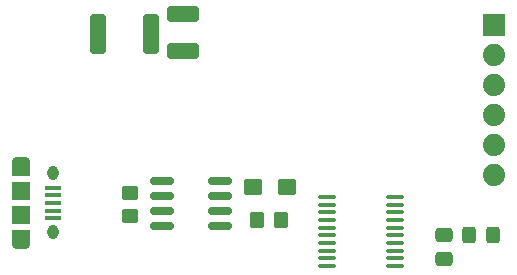
<source format=gbr>
%TF.GenerationSoftware,KiCad,Pcbnew,6.0.11-2627ca5db0~126~ubuntu22.04.1*%
%TF.CreationDate,2023-02-25T15:14:03-05:00*%
%TF.ProjectId,canbus-thermistor,63616e62-7573-42d7-9468-65726d697374,1.0*%
%TF.SameCoordinates,Original*%
%TF.FileFunction,Paste,Top*%
%TF.FilePolarity,Positive*%
%FSLAX46Y46*%
G04 Gerber Fmt 4.6, Leading zero omitted, Abs format (unit mm)*
G04 Created by KiCad (PCBNEW 6.0.11-2627ca5db0~126~ubuntu22.04.1) date 2023-02-25 15:14:03*
%MOMM*%
%LPD*%
G01*
G04 APERTURE LIST*
G04 Aperture macros list*
%AMRoundRect*
0 Rectangle with rounded corners*
0 $1 Rounding radius*
0 $2 $3 $4 $5 $6 $7 $8 $9 X,Y pos of 4 corners*
0 Add a 4 corners polygon primitive as box body*
4,1,4,$2,$3,$4,$5,$6,$7,$8,$9,$2,$3,0*
0 Add four circle primitives for the rounded corners*
1,1,$1+$1,$2,$3*
1,1,$1+$1,$4,$5*
1,1,$1+$1,$6,$7*
1,1,$1+$1,$8,$9*
0 Add four rect primitives between the rounded corners*
20,1,$1+$1,$2,$3,$4,$5,0*
20,1,$1+$1,$4,$5,$6,$7,0*
20,1,$1+$1,$6,$7,$8,$9,0*
20,1,$1+$1,$8,$9,$2,$3,0*%
G04 Aperture macros list end*
%ADD10R,1.879600X1.879600*%
%ADD11C,1.879600*%
%ADD12RoundRect,0.150000X0.825000X0.150000X-0.825000X0.150000X-0.825000X-0.150000X0.825000X-0.150000X0*%
%ADD13RoundRect,0.100000X0.637500X0.100000X-0.637500X0.100000X-0.637500X-0.100000X0.637500X-0.100000X0*%
%ADD14RoundRect,0.250000X0.450000X-0.350000X0.450000X0.350000X-0.450000X0.350000X-0.450000X-0.350000X0*%
%ADD15RoundRect,0.250000X-0.350000X-0.450000X0.350000X-0.450000X0.350000X0.450000X-0.350000X0.450000X0*%
%ADD16O,1.550000X0.890000*%
%ADD17O,0.950000X1.250000*%
%ADD18R,1.350000X0.400000*%
%ADD19R,1.550000X1.200000*%
%ADD20R,1.550000X1.500000*%
%ADD21RoundRect,0.250000X-0.325000X-0.450000X0.325000X-0.450000X0.325000X0.450000X-0.325000X0.450000X0*%
%ADD22RoundRect,0.250000X-0.400000X-1.450000X0.400000X-1.450000X0.400000X1.450000X-0.400000X1.450000X0*%
%ADD23RoundRect,0.250000X-0.537500X-0.425000X0.537500X-0.425000X0.537500X0.425000X-0.537500X0.425000X0*%
%ADD24RoundRect,0.250000X1.100000X-0.412500X1.100000X0.412500X-1.100000X0.412500X-1.100000X-0.412500X0*%
%ADD25RoundRect,0.250000X-0.475000X0.337500X-0.475000X-0.337500X0.475000X-0.337500X0.475000X0.337500X0*%
G04 APERTURE END LIST*
D10*
%TO.C,J2*%
X96500000Y-70990000D03*
D11*
X96500000Y-73530000D03*
X96500000Y-76070000D03*
X96500000Y-78610000D03*
X96500000Y-81150000D03*
X96500000Y-83690000D03*
%TD*%
D12*
%TO.C,U4*%
X73325000Y-88015000D03*
X73325000Y-86745000D03*
X73325000Y-85475000D03*
X73325000Y-84205000D03*
X68375000Y-84205000D03*
X68375000Y-85475000D03*
X68375000Y-86745000D03*
X68375000Y-88015000D03*
%TD*%
D13*
%TO.C,U2*%
X88125000Y-91400000D03*
X88125000Y-90750000D03*
X88125000Y-90100000D03*
X88125000Y-89450000D03*
X88125000Y-88800000D03*
X88125000Y-88150000D03*
X88125000Y-87500000D03*
X88125000Y-86850000D03*
X88125000Y-86200000D03*
X88125000Y-85550000D03*
X82400000Y-85550000D03*
X82400000Y-86200000D03*
X82400000Y-86850000D03*
X82400000Y-87500000D03*
X82400000Y-88150000D03*
X82400000Y-88800000D03*
X82400000Y-89450000D03*
X82400000Y-90100000D03*
X82400000Y-90750000D03*
X82400000Y-91400000D03*
%TD*%
D14*
%TO.C,R6*%
X65700000Y-87200000D03*
X65700000Y-85200000D03*
%TD*%
D15*
%TO.C,R5*%
X76475000Y-87525000D03*
X78475000Y-87525000D03*
%TD*%
D16*
%TO.C,J1*%
X56510000Y-82550000D03*
X56510000Y-89550000D03*
D17*
X59210000Y-88550000D03*
X59210000Y-83550000D03*
D18*
X59210000Y-84750000D03*
X59210000Y-85400000D03*
X59210000Y-86050000D03*
X59210000Y-86700000D03*
X59210000Y-87350000D03*
D19*
X56510000Y-83150000D03*
D20*
X56510000Y-87050000D03*
D19*
X56510000Y-88950000D03*
D20*
X56510000Y-85050000D03*
%TD*%
D21*
%TO.C,FB1*%
X94400000Y-88775000D03*
X96450000Y-88775000D03*
%TD*%
D22*
%TO.C,F1*%
X63000000Y-71775000D03*
X67450000Y-71775000D03*
%TD*%
D23*
%TO.C,C6*%
X78975000Y-84725000D03*
X76100000Y-84725000D03*
%TD*%
D24*
%TO.C,C5*%
X70225000Y-73175000D03*
X70225000Y-70050000D03*
%TD*%
D25*
%TO.C,C3*%
X92325000Y-88762500D03*
X92325000Y-90837500D03*
%TD*%
M02*

</source>
